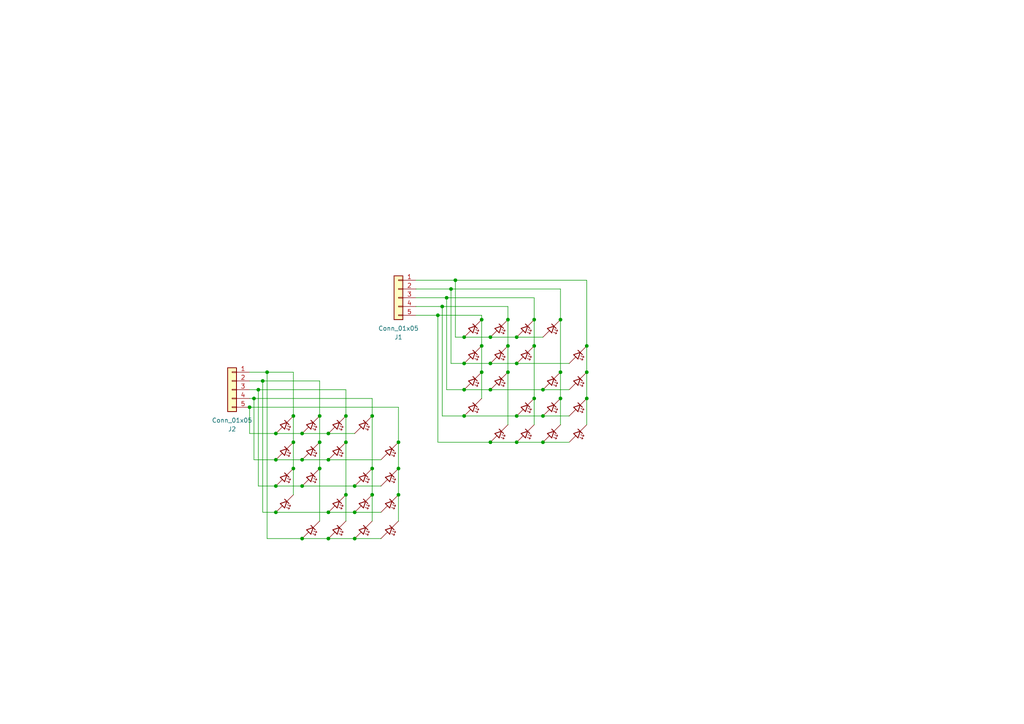
<source format=kicad_sch>
(kicad_sch (version 20231120) (generator "eeschema") (generator_version "8.0")
  (paper "A4")
  (lib_symbols
    (symbol "Connector_Generic:Conn_01x05" (pin_names (offset 1.016) hide)
      (property "Reference" "J" (at 0 7.62 0))
      (property "Value" "Conn_01x05" (at 0 -7.62 0))
      (symbol "Conn_01x05_1_1"
        (rectangle (start -1.27 -4.953) (end 0 -5.207) (stroke (width 0.1524)))
        (rectangle (start -1.27 -2.413) (end 0 -2.667) (stroke (width 0.1524)))
        (rectangle (start -1.27 0.127) (end 0 -0.127) (stroke (width 0.1524)))
        (rectangle (start -1.27 2.667) (end 0 2.413) (stroke (width 0.1524)))
        (rectangle (start -1.27 5.207) (end 0 4.953) (stroke (width 0.1524)))
        (rectangle (start -1.27 6.35) (end 1.27 -6.35) (stroke (width 0.254)) (fill (type background)))
        (pin passive line (at -5.08 5.08 0) (length 3.81) (name "Pin_1") (number "1"))
        (pin passive line (at -5.08 2.54 0) (length 3.81) (name "Pin_2") (number "2"))
        (pin passive line (at -5.08 0 0) (length 3.81) (name "Pin_3") (number "3"))
        (pin passive line (at -5.08 -2.54 0) (length 3.81) (name "Pin_4") (number "4"))
        (pin passive line (at -5.08 -5.08 0) (length 3.81) (name "Pin_5") (number "5"))
      )
    )
    (symbol "Device:LED_45deg" (pin_numbers hide) (pin_names (offset 0) hide)
      (property "Reference" "D" (at 1.27 2.54 0))
      (property "Value" "LED_45deg" (at 1.27 0 0))
      (symbol "LED_45deg_0_1"
        (polyline (pts (xy -1.4732 -1.4224) (xy -1.6256 -1.0668)))
        (polyline (pts (xy -0.7112 -1.7272) (xy -0.8636 -1.3716)))
        (polyline (pts (xy -0.635 0.635) (xy -2.54 2.54)))
        (polyline (pts (xy 0 -1.27) (xy 1.27 0)) (stroke (width 0.254)))
        (polyline (pts (xy 2.54 -2.54) (xy 0.635 -0.635)))
        (polyline (pts (xy -1.1176 -0.508) (xy -1.4732 -1.4224) (xy -1.1176 -1.27)))
        (polyline (pts (xy -0.3556 -0.8128) (xy -0.7112 -1.7272) (xy -0.3556 -1.5748)))
        (polyline (pts (xy -1.27 0) (xy 0 1.27) (xy 0.635 -0.635) (xy -1.27 0)) (stroke (width 0.254)))
      )
      (symbol "LED_45deg_1_1"
        (pin passive line (at 2.54 -2.54 180) (length 0) (name "K") (number "1"))
        (pin passive line (at -2.54 2.54 0) (length 0) (name "A") (number "2"))
      )
    )
  )
  (junction (at 95.25 133.35))
  (junction (at 149.86 120.65))
  (junction (at 80.01 125.73))
  (junction (at 147.32 92.71))
  (junction (at 92.71 120.65))
  (junction (at 85.09 128.27))
  (junction (at 72.39 118.11))
  (junction (at 139.7 92.71))
  (junction (at 92.71 128.27))
  (junction (at 76.2 110.49))
  (junction (at 134.62 105.41))
  (junction (at 102.87 148.59))
  (junction (at 134.62 113.03))
  (junction (at 142.24 105.41))
  (junction (at 157.48 120.65))
  (junction (at 107.95 135.89))
  (junction (at 87.63 125.73))
  (junction (at 100.33 128.27))
  (junction (at 170.18 115.57))
  (junction (at 87.63 140.97))
  (junction (at 162.56 92.71))
  (junction (at 134.62 120.65))
  (junction (at 134.62 97.79))
  (junction (at 80.01 140.97))
  (junction (at 102.87 156.21))
  (junction (at 95.25 148.59))
  (junction (at 100.33 143.51))
  (junction (at 170.18 100.33))
  (junction (at 95.25 156.21))
  (junction (at 149.86 97.79))
  (junction (at 127 91.44))
  (junction (at 85.09 135.89))
  (junction (at 115.57 135.89))
  (junction (at 107.95 120.65))
  (junction (at 139.7 100.33))
  (junction (at 147.32 100.33))
  (junction (at 80.01 133.35))
  (junction (at 92.71 135.89))
  (junction (at 77.47 107.95))
  (junction (at 115.57 143.51))
  (junction (at 73.66 115.57))
  (junction (at 149.86 105.41))
  (junction (at 157.48 113.03))
  (junction (at 154.94 115.57))
  (junction (at 87.63 133.35))
  (junction (at 100.33 120.65))
  (junction (at 95.25 125.73))
  (junction (at 129.54 86.36))
  (junction (at 149.86 128.27))
  (junction (at 85.09 120.65))
  (junction (at 154.94 100.33))
  (junction (at 147.32 107.95))
  (junction (at 142.24 113.03))
  (junction (at 162.56 115.57))
  (junction (at 142.24 128.27))
  (junction (at 102.87 140.97))
  (junction (at 142.24 97.79))
  (junction (at 139.7 107.95))
  (junction (at 107.95 143.51))
  (junction (at 87.63 156.21))
  (junction (at 170.18 107.95))
  (junction (at 128.27 88.9))
  (junction (at 130.81 83.82))
  (junction (at 74.93 113.03))
  (junction (at 115.57 128.27))
  (junction (at 154.94 92.71))
  (junction (at 132.08 81.28))
  (junction (at 80.01 148.59))
  (junction (at 162.56 107.95))
  (junction (at 157.48 128.27))
  (wire (pts (xy 72.39 118.11) (xy 115.57 118.11)))
  (wire (pts (xy 162.56 115.57) (xy 162.56 123.19)))
  (wire (pts (xy 154.94 100.33) (xy 154.94 115.57)))
  (wire (pts (xy 139.7 92.71) (xy 139.7 100.33)))
  (wire (pts (xy 129.54 113.03) (xy 134.62 113.03)))
  (wire (pts (xy 80.01 125.73) (xy 87.63 125.73)))
  (wire (pts (xy 77.47 107.95) (xy 77.47 156.21)))
  (wire (pts (xy 107.95 115.57) (xy 107.95 120.65)))
  (wire (pts (xy 154.94 92.71) (xy 154.94 100.33)))
  (wire (pts (xy 132.08 97.79) (xy 132.08 81.28)))
  (wire (pts (xy 162.56 92.71) (xy 162.56 107.95)))
  (wire (pts (xy 76.2 148.59) (xy 80.01 148.59)))
  (wire (pts (xy 115.57 135.89) (xy 115.57 143.51)))
  (wire (pts (xy 149.86 128.27) (xy 157.48 128.27)))
  (wire (pts (xy 139.7 107.95) (xy 139.7 115.57)))
  (wire (pts (xy 142.24 105.41) (xy 149.86 105.41)))
  (wire (pts (xy 74.93 140.97) (xy 80.01 140.97)))
  (wire (pts (xy 149.86 97.79) (xy 157.48 97.79)))
  (wire (pts (xy 107.95 120.65) (xy 107.95 135.89)))
  (wire (pts (xy 147.32 107.95) (xy 147.32 123.19)))
  (wire (pts (xy 115.57 128.27) (xy 115.57 135.89)))
  (wire (pts (xy 147.32 88.9) (xy 147.32 92.71)))
  (wire (pts (xy 127 128.27) (xy 142.24 128.27)))
  (wire (pts (xy 72.39 113.03) (xy 74.93 113.03)))
  (wire (pts (xy 73.66 133.35) (xy 73.66 115.57)))
  (wire (pts (xy 139.7 91.44) (xy 139.7 92.71)))
  (wire (pts (xy 92.71 110.49) (xy 92.71 120.65)))
  (wire (pts (xy 132.08 97.79) (xy 134.62 97.79)))
  (wire (pts (xy 102.87 140.97) (xy 110.49 140.97)))
  (wire (pts (xy 134.62 113.03) (xy 142.24 113.03)))
  (wire (pts (xy 72.39 115.57) (xy 73.66 115.57)))
  (wire (pts (xy 157.48 120.65) (xy 165.1 120.65)))
  (wire (pts (xy 162.56 107.95) (xy 162.56 115.57)))
  (wire (pts (xy 80.01 148.59) (xy 95.25 148.59)))
  (wire (pts (xy 130.81 105.41) (xy 134.62 105.41)))
  (wire (pts (xy 134.62 97.79) (xy 142.24 97.79)))
  (wire (pts (xy 149.86 120.65) (xy 157.48 120.65)))
  (wire (pts (xy 128.27 120.65) (xy 128.27 88.9)))
  (wire (pts (xy 142.24 128.27) (xy 149.86 128.27)))
  (wire (pts (xy 154.94 115.57) (xy 154.94 123.19)))
  (wire (pts (xy 132.08 81.28) (xy 170.18 81.28)))
  (wire (pts (xy 157.48 128.27) (xy 165.1 128.27)))
  (wire (pts (xy 120.65 83.82) (xy 130.81 83.82)))
  (wire (pts (xy 120.65 91.44) (xy 127 91.44)))
  (wire (pts (xy 115.57 118.11) (xy 115.57 128.27)))
  (wire (pts (xy 134.62 120.65) (xy 149.86 120.65)))
  (wire (pts (xy 129.54 86.36) (xy 154.94 86.36)))
  (wire (pts (xy 120.65 88.9) (xy 128.27 88.9)))
  (wire (pts (xy 139.7 100.33) (xy 139.7 107.95)))
  (wire (pts (xy 127 91.44) (xy 139.7 91.44)))
  (wire (pts (xy 77.47 107.95) (xy 85.09 107.95)))
  (wire (pts (xy 128.27 88.9) (xy 147.32 88.9)))
  (wire (pts (xy 95.25 125.73) (xy 102.87 125.73)))
  (wire (pts (xy 100.33 113.03) (xy 100.33 120.65)))
  (wire (pts (xy 142.24 113.03) (xy 157.48 113.03)))
  (wire (pts (xy 95.25 156.21) (xy 102.87 156.21)))
  (wire (pts (xy 85.09 107.95) (xy 85.09 120.65)))
  (wire (pts (xy 92.71 135.89) (xy 92.71 151.13)))
  (wire (pts (xy 102.87 148.59) (xy 110.49 148.59)))
  (wire (pts (xy 76.2 148.59) (xy 76.2 110.49)))
  (wire (pts (xy 128.27 120.65) (xy 134.62 120.65)))
  (wire (pts (xy 73.66 133.35) (xy 80.01 133.35)))
  (wire (pts (xy 170.18 115.57) (xy 170.18 123.19)))
  (wire (pts (xy 72.39 125.73) (xy 80.01 125.73)))
  (wire (pts (xy 147.32 92.71) (xy 147.32 100.33)))
  (wire (pts (xy 85.09 135.89) (xy 85.09 143.51)))
  (wire (pts (xy 129.54 113.03) (xy 129.54 86.36)))
  (wire (pts (xy 134.62 105.41) (xy 142.24 105.41)))
  (wire (pts (xy 147.32 100.33) (xy 147.32 107.95)))
  (wire (pts (xy 157.48 113.03) (xy 165.1 113.03)))
  (wire (pts (xy 95.25 133.35) (xy 110.49 133.35)))
  (wire (pts (xy 92.71 128.27) (xy 92.71 135.89)))
  (wire (pts (xy 100.33 128.27) (xy 100.33 143.51)))
  (wire (pts (xy 72.39 125.73) (xy 72.39 118.11)))
  (wire (pts (xy 74.93 113.03) (xy 74.93 140.97)))
  (wire (pts (xy 72.39 107.95) (xy 77.47 107.95)))
  (wire (pts (xy 149.86 105.41) (xy 165.1 105.41)))
  (wire (pts (xy 154.94 86.36) (xy 154.94 92.71)))
  (wire (pts (xy 100.33 143.51) (xy 100.33 151.13)))
  (wire (pts (xy 100.33 120.65) (xy 100.33 128.27)))
  (wire (pts (xy 74.93 113.03) (xy 100.33 113.03)))
  (wire (pts (xy 80.01 140.97) (xy 87.63 140.97)))
  (wire (pts (xy 127 128.27) (xy 127 91.44)))
  (wire (pts (xy 170.18 100.33) (xy 170.18 107.95)))
  (wire (pts (xy 87.63 156.21) (xy 95.25 156.21)))
  (wire (pts (xy 95.25 148.59) (xy 102.87 148.59)))
  (wire (pts (xy 115.57 143.51) (xy 115.57 151.13)))
  (wire (pts (xy 170.18 107.95) (xy 170.18 115.57)))
  (wire (pts (xy 87.63 133.35) (xy 95.25 133.35)))
  (wire (pts (xy 130.81 105.41) (xy 130.81 83.82)))
  (wire (pts (xy 130.81 83.82) (xy 162.56 83.82)))
  (wire (pts (xy 72.39 110.49) (xy 76.2 110.49)))
  (wire (pts (xy 92.71 120.65) (xy 92.71 128.27)))
  (wire (pts (xy 120.65 86.36) (xy 129.54 86.36)))
  (wire (pts (xy 102.87 156.21) (xy 110.49 156.21)))
  (wire (pts (xy 85.09 120.65) (xy 85.09 128.27)))
  (wire (pts (xy 80.01 133.35) (xy 87.63 133.35)))
  (wire (pts (xy 120.65 81.28) (xy 132.08 81.28)))
  (wire (pts (xy 107.95 135.89) (xy 107.95 143.51)))
  (wire (pts (xy 73.66 115.57) (xy 107.95 115.57)))
  (wire (pts (xy 87.63 125.73) (xy 95.25 125.73)))
  (wire (pts (xy 87.63 140.97) (xy 102.87 140.97)))
  (wire (pts (xy 107.95 143.51) (xy 107.95 151.13)))
  (wire (pts (xy 170.18 81.28) (xy 170.18 100.33)))
  (wire (pts (xy 162.56 83.82) (xy 162.56 92.71)))
  (wire (pts (xy 76.2 110.49) (xy 92.71 110.49)))
  (wire (pts (xy 85.09 128.27) (xy 85.09 135.89)))
  (wire (pts (xy 142.24 97.79) (xy 149.86 97.79)))
  (wire (pts (xy 77.47 156.21) (xy 87.63 156.21)))
  (symbol (lib_id "Device:LED_45deg") (at 160.02 118.11 90) (unit 1)
    (property "Reference" "D1" (effects (hide yes)))
    (property "Value" "LED_45deg" (effects (hide yes)))
    (property "Footprint" "LED_SMD:LED_0201_0603Metric" (effects (hide yes)))
    (property "Description" "Light emitting diode, rotated by 45°" (effects (hide yes)))
  )
  (symbol (lib_id "Device:LED_45deg") (at 97.79 123.19 90) (unit 1)
    (property "Reference" "D29" (effects (hide yes)))
    (property "Value" "LED_45deg" (effects (hide yes)))
    (property "Footprint" "LED_SMD:LED_0201_0603Metric" (effects (hide yes)))
    (property "Description" "Light emitting diode, rotated by 45°" (effects (hide yes)))
  )
  (symbol (lib_id "Device:LED_45deg") (at 167.64 118.11 90) (unit 1)
    (property "Reference" "D4" (effects (hide yes)))
    (property "Value" "LED_45deg" (effects (hide yes)))
    (property "Footprint" "LED_SMD:LED_0201_0603Metric" (effects (hide yes)))
    (property "Description" "Light emitting diode, rotated by 45°" (effects (hide yes)))
  )
  (symbol (lib_id "Device:LED_45deg") (at 82.55 123.19 90) (unit 1)
    (property "Reference" "D21" (effects (hide yes)))
    (property "Value" "LED_45deg" (effects (hide yes)))
    (property "Footprint" "LED_SMD:LED_0201_0603Metric" (effects (hide yes)))
    (property "Description" "Light emitting diode, rotated by 45°" (effects (hide yes)))
  )
  (symbol (lib_id "Device:LED_45deg") (at 90.17 123.19 90) (unit 1)
    (property "Reference" "D25" (effects (hide yes)))
    (property "Value" "LED_45deg" (effects (hide yes)))
    (property "Footprint" "LED_SMD:LED_0201_0603Metric" (effects (hide yes)))
    (property "Description" "Light emitting diode, rotated by 45°" (effects (hide yes)))
  )
  (symbol (lib_id "Device:LED_45deg") (at 167.64 125.73 90) (unit 1)
    (property "Reference" "D20" (effects (hide yes)))
    (property "Value" "LED_45deg" (effects (hide yes)))
    (property "Footprint" "LED_SMD:LED_0201_0603Metric" (effects (hide yes)))
    (property "Description" "Light emitting diode, rotated by 45°" (effects (hide yes)))
  )
  (symbol (lib_id "Device:LED_45deg") (at 160.02 95.25 90) (unit 1)
    (property "Reference" "D12" (effects (hide yes)))
    (property "Value" "LED_45deg" (effects (hide yes)))
    (property "Footprint" "LED_SMD:LED_0201_0603Metric" (effects (hide yes)))
    (property "Description" "Light emitting diode, rotated by 45°" (effects (hide yes)))
  )
  (symbol (lib_id "Device:LED_45deg") (at 82.55 138.43 90) (unit 1)
    (property "Reference" "D23" (effects (hide yes)))
    (property "Value" "LED_45deg" (effects (hide yes)))
    (property "Footprint" "LED_SMD:LED_0201_0603Metric" (effects (hide yes)))
    (property "Description" "Light emitting diode, rotated by 45°" (effects (hide yes)))
  )
  (symbol (lib_id "Device:LED_45deg") (at 113.03 146.05 90) (unit 1)
    (property "Reference" "D39" (effects (hide yes)))
    (property "Value" "LED_45deg" (effects (hide yes)))
    (property "Footprint" "LED_SMD:LED_0201_0603Metric" (effects (hide yes)))
    (property "Description" "Light emitting diode, rotated by 45°" (effects (hide yes)))
  )
  (symbol (lib_id "Connector_Generic:Conn_01x05") (at 67.31 113.03 0) (mirror y) (unit 1)
    (property "Reference" "J2" (at 67.31 124.46 0))
    (property "Value" "Conn_01x05" (at 67.31 121.92 0))
    (property "Footprint" "Connector_PinHeader_2.00mm:PinHeader_1x05_P2.00mm_Vertical" (effects (hide yes)))
    (property "Description" "Generic connector, single row, 01x05, script generated (kicad-library-utils/schlib/autogen/connector/)" (effects (hide yes)))
  )
  (symbol (lib_id "Device:LED_45deg") (at 97.79 130.81 90) (unit 1)
    (property "Reference" "D30" (effects (hide yes)))
    (property "Value" "LED_45deg" (effects (hide yes)))
    (property "Footprint" "LED_SMD:LED_0201_0603Metric" (effects (hide yes)))
    (property "Description" "Light emitting diode, rotated by 45°" (effects (hide yes)))
  )
  (symbol (lib_id "Device:LED_45deg") (at 82.55 130.81 90) (unit 1)
    (property "Reference" "D22" (effects (hide yes)))
    (property "Value" "LED_45deg" (effects (hide yes)))
    (property "Footprint" "LED_SMD:LED_0201_0603Metric" (effects (hide yes)))
    (property "Description" "Light emitting diode, rotated by 45°" (effects (hide yes)))
  )
  (symbol (lib_id "Device:LED_45deg") (at 97.79 146.05 90) (unit 1)
    (property "Reference" "D31" (effects (hide yes)))
    (property "Value" "LED_45deg" (effects (hide yes)))
    (property "Footprint" "LED_SMD:LED_0201_0603Metric" (effects (hide yes)))
    (property "Description" "Light emitting diode, rotated by 45°" (effects (hide yes)))
  )
  (symbol (lib_id "Device:LED_45deg") (at 137.16 110.49 90) (unit 1)
    (property "Reference" "D3" (effects (hide yes)))
    (property "Value" "LED_45deg" (effects (hide yes)))
    (property "Footprint" "LED_SMD:LED_0201_0603Metric" (effects (hide yes)))
    (property "Description" "Light emitting diode, rotated by 45°" (effects (hide yes)))
  )
  (symbol (lib_id "Device:LED_45deg") (at 90.17 138.43 90) (unit 1)
    (property "Reference" "D27" (effects (hide yes)))
    (property "Value" "LED_45deg" (effects (hide yes)))
    (property "Footprint" "LED_SMD:LED_0201_0603Metric" (effects (hide yes)))
    (property "Description" "Light emitting diode, rotated by 45°" (effects (hide yes)))
  )
  (symbol (lib_id "Device:LED_45deg") (at 152.4 118.11 90) (unit 1)
    (property "Reference" "D10" (effects (hide yes)))
    (property "Value" "LED_45deg" (effects (hide yes)))
    (property "Footprint" "LED_SMD:LED_0201_0603Metric" (effects (hide yes)))
    (property "Description" "Light emitting diode, rotated by 45°" (effects (hide yes)))
  )
  (symbol (lib_id "Device:LED_45deg") (at 137.16 95.25 90) (unit 1)
    (property "Reference" "D18" (effects (hide yes)))
    (property "Value" "LED_45deg" (effects (hide yes)))
    (property "Footprint" "LED_SMD:LED_0201_0603Metric" (effects (hide yes)))
    (property "Description" "Light emitting diode, rotated by 45°" (effects (hide yes)))
  )
  (symbol (lib_id "Device:LED_45deg") (at 167.64 110.49 90) (unit 1)
    (property "Reference" "D6" (effects (hide yes)))
    (property "Value" "LED_45deg" (effects (hide yes)))
    (property "Footprint" "LED_SMD:LED_0201_0603Metric" (effects (hide yes)))
    (property "Description" "Light emitting diode, rotated by 45°" (effects (hide yes)))
  )
  (symbol (lib_id "Device:LED_45deg") (at 144.78 95.25 90) (unit 1)
    (property "Reference" "D19" (effects (hide yes)))
    (property "Value" "LED_45deg" (effects (hide yes)))
    (property "Footprint" "LED_SMD:LED_0201_0603Metric" (effects (hide yes)))
    (property "Description" "Light emitting diode, rotated by 45°" (effects (hide yes)))
  )
  (symbol (lib_id "Device:LED_45deg") (at 105.41 146.05 90) (unit 1)
    (property "Reference" "D35" (effects (hide yes)))
    (property "Value" "LED_45deg" (effects (hide yes)))
    (property "Footprint" "LED_SMD:LED_0201_0603Metric" (effects (hide yes)))
    (property "Description" "Light emitting diode, rotated by 45°" (effects (hide yes)))
  )
  (symbol (lib_id "Device:LED_45deg") (at 160.02 110.49 90) (unit 1)
    (property "Reference" "D13" (effects (hide yes)))
    (property "Value" "LED_45deg" (effects (hide yes)))
    (property "Footprint" "LED_SMD:LED_0201_0603Metric" (effects (hide yes)))
    (property "Description" "Light emitting diode, rotated by 45°" (effects (hide yes)))
  )
  (symbol (lib_id "Device:LED_45deg") (at 90.17 153.67 90) (unit 1)
    (property "Reference" "D28" (effects (hide yes)))
    (property "Value" "LED_45deg" (effects (hide yes)))
    (property "Footprint" "LED_SMD:LED_0201_0603Metric" (effects (hide yes)))
    (property "Description" "Light emitting diode, rotated by 45°" (effects (hide yes)))
  )
  (symbol (lib_id "Device:LED_45deg") (at 105.41 138.43 90) (unit 1)
    (property "Reference" "D34" (effects (hide yes)))
    (property "Value" "LED_45deg" (effects (hide yes)))
    (property "Footprint" "LED_SMD:LED_0201_0603Metric" (effects (hide yes)))
    (property "Description" "Light emitting diode, rotated by 45°" (effects (hide yes)))
  )
  (symbol (lib_id "Device:LED_45deg") (at 82.55 146.05 90) (unit 1)
    (property "Reference" "D24" (effects (hide yes)))
    (property "Value" "LED_45deg" (effects (hide yes)))
    (property "Footprint" "LED_SMD:LED_0201_0603Metric" (effects (hide yes)))
    (property "Description" "Light emitting diode, rotated by 45°" (effects (hide yes)))
  )
  (symbol (lib_id "Device:LED_45deg") (at 144.78 110.49 90) (unit 1)
    (property "Reference" "D7" (effects (hide yes)))
    (property "Value" "LED_45deg" (effects (hide yes)))
    (property "Footprint" "LED_SMD:LED_0201_0603Metric" (effects (hide yes)))
    (property "Description" "Light emitting diode, rotated by 45°" (effects (hide yes)))
  )
  (symbol (lib_id "Device:LED_45deg") (at 105.41 123.19 90) (unit 1)
    (property "Reference" "D33" (effects (hide yes)))
    (property "Value" "LED_45deg" (effects (hide yes)))
    (property "Footprint" "LED_SMD:LED_0201_0603Metric" (effects (hide yes)))
    (property "Description" "Light emitting diode, rotated by 45°" (effects (hide yes)))
  )
  (symbol (lib_id "Device:LED_45deg") (at 113.03 138.43 90) (unit 1)
    (property "Reference" "D38" (effects (hide yes)))
    (property "Value" "LED_45deg" (effects (hide yes)))
    (property "Footprint" "LED_SMD:LED_0201_0603Metric" (effects (hide yes)))
    (property "Description" "Light emitting diode, rotated by 45°" (effects (hide yes)))
  )
  (symbol (lib_id "Device:LED_45deg") (at 152.4 125.73 90) (unit 1)
    (property "Reference" "D9" (effects (hide yes)))
    (property "Value" "LED_45deg" (effects (hide yes)))
    (property "Footprint" "LED_SMD:LED_0201_0603Metric" (effects (hide yes)))
    (property "Description" "Light emitting diode, rotated by 45°" (effects (hide yes)))
  )
  (symbol (lib_id "Device:LED_45deg") (at 105.41 153.67 90) (unit 1)
    (property "Reference" "D36" (effects (hide yes)))
    (property "Value" "LED_45deg" (effects (hide yes)))
    (property "Footprint" "LED_SMD:LED_0201_0603Metric" (effects (hide yes)))
    (property "Description" "Light emitting diode, rotated by 45°" (effects (hide yes)))
  )
  (symbol (lib_id "Device:LED_45deg") (at 113.03 153.67 90) (unit 1)
    (property "Reference" "D40" (effects (hide yes)))
    (property "Value" "LED_45deg" (effects (hide yes)))
    (property "Footprint" "LED_SMD:LED_0201_0603Metric" (effects (hide yes)))
    (property "Description" "Light emitting diode, rotated by 45°" (effects (hide yes)))
  )
  (symbol (lib_id "Connector_Generic:Conn_01x05") (at 115.57 86.36 0) (mirror y) (unit 1)
    (property "Reference" "J1" (at 115.57 97.79 0))
    (property "Value" "Conn_01x05" (at 115.57 95.25 0))
    (property "Footprint" "Connector_PinHeader_2.00mm:PinHeader_1x05_P2.00mm_Vertical" (effects (hide yes)))
    (property "Description" "Generic connector, single row, 01x05, script generated (kicad-library-utils/schlib/autogen/connector/)" (effects (hide yes)))
  )
  (symbol (lib_id "Device:LED_45deg") (at 113.03 130.81 90) (unit 1)
    (property "Reference" "D37" (effects (hide yes)))
    (property "Value" "LED_45deg" (effects (hide yes)))
    (property "Footprint" "LED_SMD:LED_0201_0603Metric" (effects (hide yes)))
    (property "Description" "Light emitting diode, rotated by 45°" (effects (hide yes)))
  )
  (symbol (lib_id "Device:LED_45deg") (at 160.02 125.73 90) (unit 1)
    (property "Reference" "D16" (effects (hide yes)))
    (property "Value" "LED_45deg" (effects (hide yes)))
    (property "Footprint" "LED_SMD:LED_0201_0603Metric" (effects (hide yes)))
    (property "Description" "Light emitting diode, rotated by 45°" (effects (hide yes)))
  )
  (symbol (lib_id "Device:LED_45deg") (at 137.16 118.11 90) (unit 1)
    (property "Reference" "D2" (effects (hide yes)))
    (property "Value" "LED_45deg" (effects (hide yes)))
    (property "Footprint" "LED_SMD:LED_0201_0603Metric" (effects (hide yes)))
    (property "Description" "Light emitting diode, rotated by 45°" (effects (hide yes)))
  )
  (symbol (lib_id "Device:LED_45deg") (at 167.64 102.87 90) (unit 1)
    (property "Reference" "D14" (effects (hide yes)))
    (property "Value" "LED_45deg" (effects (hide yes)))
    (property "Footprint" "LED_SMD:LED_0201_0603Metric" (effects (hide yes)))
    (property "Description" "Light emitting diode, rotated by 45°" (effects (hide yes)))
  )
  (symbol (lib_id "Device:LED_45deg") (at 144.78 125.73 90) (unit 1)
    (property "Reference" "D5" (effects (hide yes)))
    (property "Value" "LED_45deg" (effects (hide yes)))
    (property "Footprint" "LED_SMD:LED_0201_0603Metric" (effects (hide yes)))
    (property "Description" "Light emitting diode, rotated by 45°" (effects (hide yes)))
  )
  (symbol (lib_id "Device:LED_45deg") (at 97.79 153.67 90) (unit 1)
    (property "Reference" "D32" (effects (hide yes)))
    (property "Value" "LED_45deg" (effects (hide yes)))
    (property "Footprint" "LED_SMD:LED_0201_0603Metric" (effects (hide yes)))
    (property "Description" "Light emitting diode, rotated by 45°" (effects (hide yes)))
  )
  (symbol (lib_id "Device:LED_45deg") (at 137.16 102.87 90) (unit 1)
    (property "Reference" "D17" (effects (hide yes)))
    (property "Value" "LED_45deg" (effects (hide yes)))
    (property "Footprint" "LED_SMD:LED_0201_0603Metric" (effects (hide yes)))
    (property "Description" "Light emitting diode, rotated by 45°" (effects (hide yes)))
  )
  (symbol (lib_id "Device:LED_45deg") (at 152.4 102.87 90) (unit 1)
    (property "Reference" "D8" (effects (hide yes)))
    (property "Value" "LED_45deg" (effects (hide yes)))
    (property "Footprint" "LED_SMD:LED_0201_0603Metric" (effects (hide yes)))
    (property "Description" "Light emitting diode, rotated by 45°" (effects (hide yes)))
  )
  (symbol (lib_id "Device:LED_45deg") (at 152.4 95.25 90) (unit 1)
    (property "Reference" "D11" (effects (hide yes)))
    (property "Value" "LED_45deg" (effects (hide yes)))
    (property "Footprint" "LED_SMD:LED_0201_0603Metric" (effects (hide yes)))
    (property "Description" "Light emitting diode, rotated by 45°" (effects (hide yes)))
  )
  (symbol (lib_id "Device:LED_45deg") (at 90.17 130.81 90) (unit 1)
    (property "Reference" "D26" (effects (hide yes)))
    (property "Value" "LED_45deg" (effects (hide yes)))
    (property "Footprint" "LED_SMD:LED_0201_0603Metric" (effects (hide yes)))
    (property "Description" "Light emitting diode, rotated by 45°" (effects (hide yes)))
  )
  (symbol (lib_id "Device:LED_45deg") (at 144.78 102.87 90) (unit 1)
    (property "Reference" "D15" (effects (hide yes)))
    (property "Value" "LED_45deg" (effects (hide yes)))
    (property "Footprint" "LED_SMD:LED_0201_0603Metric" (effects (hide yes)))
    (property "Description" "Light emitting diode, rotated by 45°" (effects (hide yes)))
  )
)
</source>
